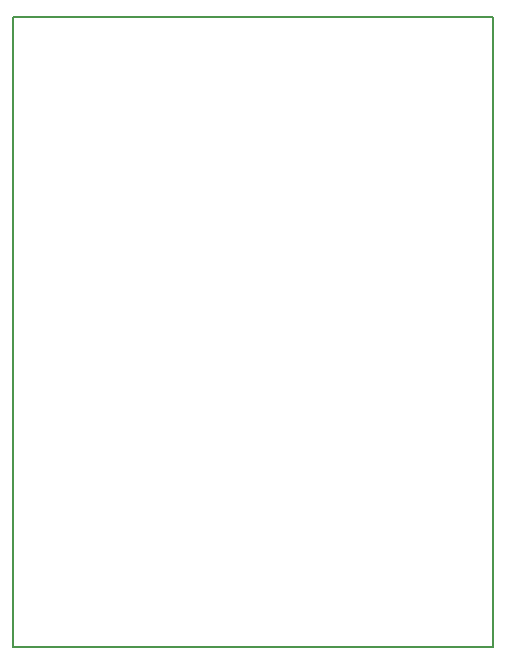
<source format=gbr>
G04 #@! TF.FileFunction,Other,ECO1*
%FSLAX46Y46*%
G04 Gerber Fmt 4.6, Leading zero omitted, Abs format (unit mm)*
G04 Created by KiCad (PCBNEW 4.0.5+dfsg1-4) date Mon Jul  9 17:35:54 2018*
%MOMM*%
%LPD*%
G01*
G04 APERTURE LIST*
%ADD10C,0.100000*%
%ADD11C,0.200000*%
G04 APERTURE END LIST*
D10*
D11*
X45720000Y0D02*
X45720000Y53340000D01*
X86360000Y0D02*
X45720000Y0D01*
X86360000Y53340000D02*
X86360000Y0D01*
X45720000Y53340000D02*
X86360000Y53340000D01*
M02*

</source>
